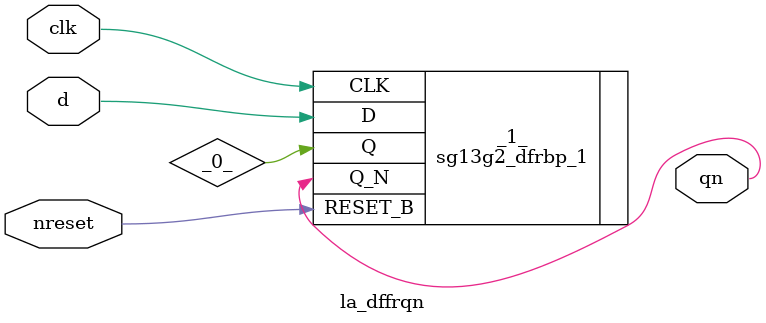
<source format=v>

/* Generated by Yosys 0.40+33 (git sha1 cd1fb8b15, g++ 11.4.0-1ubuntu1~22.04 -fPIC -Os) */

module la_dffrqn(d, clk, nreset, qn);
  wire _0_;
  input clk;
  wire clk;
  input d;
  wire d;
  input nreset;
  wire nreset;
  output qn;
  wire qn;
  sg13g2_dfrbp_1 _1_ (
    .CLK(clk),
    .D(d),
    .Q(_0_),
    .Q_N(qn),
    .RESET_B(nreset)
  );
endmodule

</source>
